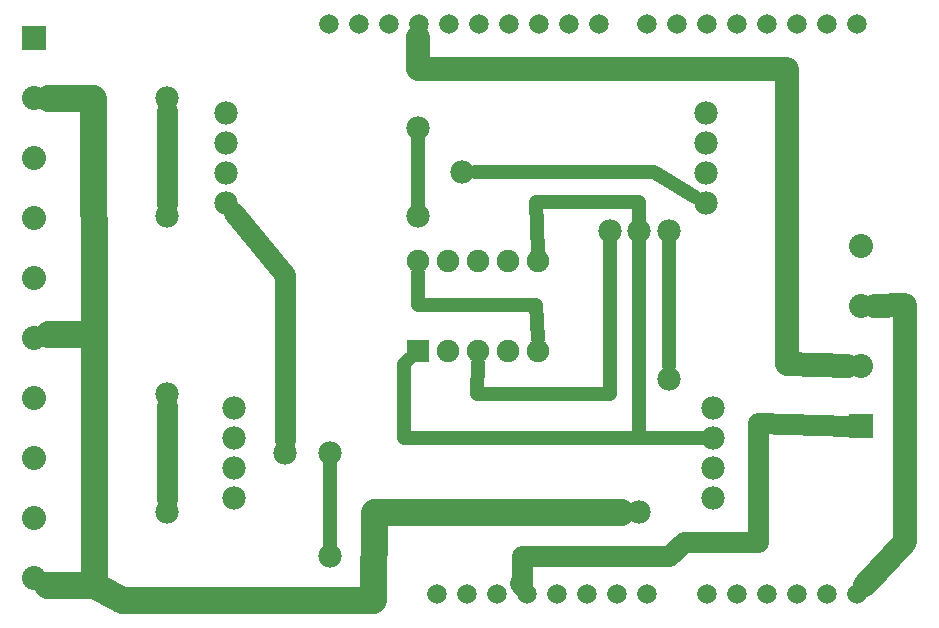
<source format=gtl>
G04 MADE WITH FRITZING*
G04 WWW.FRITZING.ORG*
G04 DOUBLE SIDED*
G04 HOLES PLATED*
G04 CONTOUR ON CENTER OF CONTOUR VECTOR*
%ASAXBY*%
%FSLAX23Y23*%
%MOIN*%
%OFA0B0*%
%SFA1.0B1.0*%
%ADD10C,0.080000*%
%ADD11C,0.065278*%
%ADD12C,0.078000*%
%ADD13C,0.075000*%
%ADD14R,0.080000X0.080000*%
%ADD15R,0.075000X0.075000*%
%ADD16C,0.070000*%
%ADD17C,0.090000*%
%ADD18C,0.048000*%
%LNCOPPER1*%
G90*
G70*
G54D10*
X287Y2006D03*
X287Y1806D03*
X287Y1606D03*
X287Y1406D03*
X287Y1206D03*
X287Y1006D03*
X287Y806D03*
X287Y606D03*
X287Y406D03*
X287Y206D03*
X3043Y914D03*
X3043Y1114D03*
X3043Y1314D03*
X3043Y714D03*
G54D11*
X2628Y152D03*
X2728Y152D03*
X2828Y152D03*
X2928Y152D03*
X3028Y152D03*
X2168Y2052D03*
X2068Y2052D03*
X1968Y2052D03*
X1868Y2052D03*
X1768Y2052D03*
X1668Y2052D03*
X1568Y2052D03*
X1468Y2052D03*
X1368Y2052D03*
X1268Y2052D03*
X3028Y2052D03*
X2928Y2052D03*
X2828Y2052D03*
X2728Y2052D03*
X2628Y2052D03*
X2528Y2052D03*
X2428Y2052D03*
X2328Y2052D03*
X1728Y152D03*
X1628Y152D03*
X1828Y152D03*
X1928Y152D03*
X2028Y152D03*
X2128Y152D03*
X2228Y152D03*
X2328Y152D03*
X2528Y152D03*
G54D12*
X926Y1757D03*
X926Y1657D03*
X926Y1557D03*
X926Y1457D03*
X951Y772D03*
X951Y672D03*
X951Y572D03*
X951Y472D03*
X2550Y772D03*
X2550Y672D03*
X2550Y572D03*
X2550Y472D03*
X2525Y1757D03*
X2525Y1657D03*
X2525Y1557D03*
X2525Y1457D03*
X1271Y625D03*
X1271Y280D03*
X1566Y1707D03*
X1566Y1412D03*
X2403Y871D03*
X2304Y428D03*
X2403Y1363D03*
X730Y428D03*
X730Y821D03*
X730Y1412D03*
X730Y1806D03*
X1123Y625D03*
X1714Y1560D03*
X2206Y1363D03*
X2304Y1363D03*
G54D13*
X1566Y964D03*
X1566Y1264D03*
X1666Y964D03*
X1666Y1264D03*
X1766Y964D03*
X1766Y1264D03*
X1866Y964D03*
X1866Y1264D03*
X1966Y964D03*
X1966Y1264D03*
G54D14*
X287Y2006D03*
X3043Y714D03*
G54D15*
X1566Y964D03*
G54D16*
X1911Y181D02*
X1907Y189D01*
G54D10*
D02*
X2796Y920D02*
X3000Y915D01*
D02*
X2796Y1902D02*
X2796Y920D01*
D02*
X1565Y1904D02*
X2796Y1902D01*
D02*
X1567Y2009D02*
X1565Y1904D01*
G54D16*
D02*
X2699Y722D02*
X2699Y327D01*
D02*
X2404Y279D02*
X1911Y279D01*
D02*
X1911Y279D02*
X1911Y181D01*
D02*
X2451Y327D02*
X2404Y279D01*
D02*
X2699Y327D02*
X2451Y327D01*
D02*
X3000Y715D02*
X2699Y722D01*
G54D10*
D02*
X3190Y1118D02*
X3085Y1115D01*
D02*
X3190Y327D02*
X3190Y1118D01*
D02*
X3057Y183D02*
X3190Y327D01*
G54D17*
D02*
X1416Y135D02*
X1418Y428D01*
D02*
X1418Y428D02*
X2241Y428D01*
D02*
X580Y135D02*
X1416Y135D01*
D02*
X485Y183D02*
X580Y135D01*
D02*
X335Y183D02*
X330Y185D01*
D02*
X485Y183D02*
X335Y183D01*
D02*
X485Y1020D02*
X485Y183D01*
D02*
X485Y1020D02*
X483Y1806D01*
D02*
X483Y1806D02*
X334Y1806D01*
D02*
X335Y1020D02*
X485Y1020D01*
D02*
X332Y1020D02*
X335Y1020D01*
G54D18*
D02*
X1762Y820D02*
X2206Y820D01*
D02*
X2206Y820D02*
X2206Y1322D01*
D02*
X1765Y925D02*
X1762Y820D01*
D02*
X2303Y674D02*
X2304Y1322D01*
D02*
X2303Y674D02*
X1518Y674D01*
D02*
X1518Y921D02*
X1537Y938D01*
D02*
X1518Y674D02*
X1518Y921D01*
D02*
X2509Y673D02*
X2303Y674D01*
G54D16*
D02*
X1123Y1216D02*
X1123Y666D01*
D02*
X952Y1425D02*
X1123Y1216D01*
G54D18*
D02*
X2352Y1559D02*
X1755Y1560D01*
D02*
X2490Y1478D02*
X2352Y1559D01*
G54D16*
D02*
X730Y469D02*
X730Y780D01*
D02*
X730Y1453D02*
X730Y1765D01*
G54D18*
D02*
X1271Y321D02*
X1271Y583D01*
D02*
X1566Y1453D02*
X1566Y1666D01*
D02*
X2403Y912D02*
X2403Y1322D01*
D02*
X1567Y1116D02*
X1960Y1116D01*
D02*
X1960Y1116D02*
X1965Y1004D01*
D02*
X1566Y1225D02*
X1567Y1116D01*
D02*
X2304Y1461D02*
X1960Y1461D01*
D02*
X1960Y1461D02*
X1965Y1293D01*
D02*
X2304Y1393D02*
X2304Y1461D01*
G04 End of Copper1*
M02*
</source>
